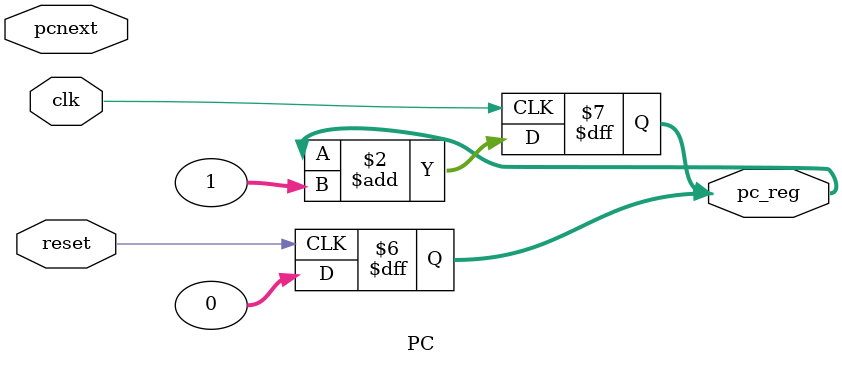
<source format=v>
module PC (clk,reset, pc_reg,pcnext);
input clk, reset,pcnext;
// Registro para el contador de programa
output reg [31:0] pc_reg= 32'h0;

// Lógica del contador de programa
always @(posedge clk) begin
    pc_reg <= pc_reg + 32'h1;
    $display("PC cambio: %d", pc_reg);
end

always @(posedge reset) begin
    if (reset==1) begin
        pc_reg <= 32'h0;
        $display("PC cambio: %d", pc_reg);
    end
end
/*
always begin @(posedge clk or posedge reset)

    if (reset==1)begin
        pc_reg = 32'h0;
        $display("PC cambio: %d", pc_reg);
    end
    
    else begin
        pc_reg = pc_reg + 32'h1;
        $display("PC cambio: %d", pc_reg);
    end

end
*/
endmodule

</source>
